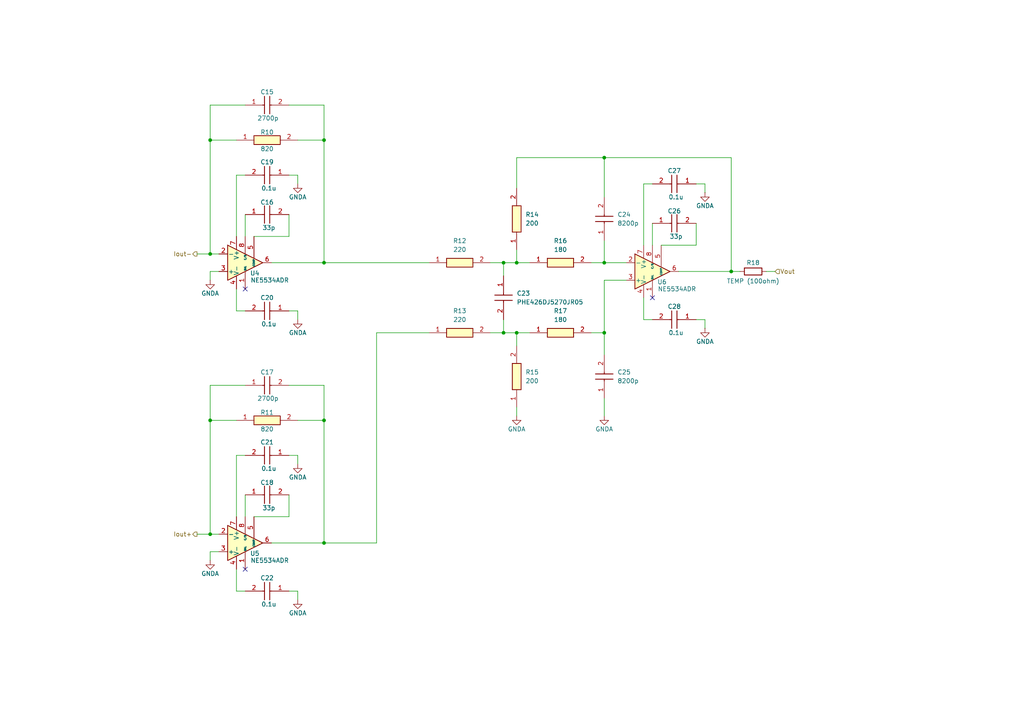
<source format=kicad_sch>
(kicad_sch (version 20250114) (generator "eeschema") (generator_version "9.0")
  (paper "A4")
  (lib_symbols
    (symbol "Device:R" (pin_numbers (hide yes)) (pin_names (offset 0))
      (property "Reference" "R" (at 2.032 0 90))
      (property "Value" "R" (at 0 0 90))
      (symbol "R_0_1"
        (rectangle (start -1.016 -2.54) (end 1.016 2.54) (stroke (width 0.254)))
      )
      (symbol "R_1_1"
        (pin passive line (at 0 3.81 270) (length 1.27) (name "~") (number "1"))
        (pin passive line (at 0 -3.81 90) (length 1.27) (name "~") (number "2"))
      )
    )
    (symbol "Project_Library:ERA-6AEB181V" (pin_names (hide yes))
      (property "Reference" "R" (at 13.97 6.35 0))
      (property "Value" "ERA-6AEB181V" (at 13.97 3.81 0))
      (symbol "ERA-6AEB181V_1_1"
        (rectangle (start 5.08 1.27) (end 12.7 -1.27) (stroke (width 0.254)) (fill (type background)))
        (pin passive line (at 0 0 0) (length 5.08) (name "1") (number "1"))
        (pin passive line (at 17.78 0 180) (length 5.08) (name "2") (number "2"))
      )
    )
    (symbol "Project_Library:ERA-6AEB201V" (pin_names (hide yes))
      (property "Reference" "R" (at 13.97 6.35 0))
      (property "Value" "ERA-6AEB201V" (at 13.97 3.81 0))
      (symbol "ERA-6AEB201V_1_1"
        (rectangle (start 5.08 1.27) (end 12.7 -1.27) (stroke (width 0.254)) (fill (type background)))
        (pin passive line (at 0 0 0) (length 5.08) (name "1") (number "1"))
        (pin passive line (at 17.78 0 180) (length 5.08) (name "2") (number "2"))
      )
    )
    (symbol "Project_Library:ERA-6AEB221V" (pin_names (hide yes))
      (property "Reference" "R" (at 13.97 6.35 0))
      (property "Value" "ERA-6AEB221V" (at 13.97 3.81 0))
      (symbol "ERA-6AEB221V_1_1"
        (rectangle (start 5.08 1.27) (end 12.7 -1.27) (stroke (width 0.254)) (fill (type background)))
        (pin passive line (at 0 0 0) (length 5.08) (name "1") (number "1"))
        (pin passive line (at 17.78 0 180) (length 5.08) (name "2") (number "2"))
      )
    )
    (symbol "Project_Library:ERA-6AEB821V" (pin_names (hide yes))
      (property "Reference" "R" (at 13.97 6.35 0))
      (property "Value" "ERA-6AEB821V" (at 13.97 3.81 0))
      (symbol "ERA-6AEB821V_1_1"
        (rectangle (start 5.08 1.27) (end 12.7 -1.27) (stroke (width 0.254)) (fill (type background)))
        (pin passive line (at 0 0 0) (length 5.08) (name "1") (number "1"))
        (pin passive line (at 17.78 0 180) (length 5.08) (name "2") (number "2"))
      )
    )
    (symbol "Project_Library:FKP2O100331D00KSSD" (pin_names (hide yes))
      (property "Reference" "C" (at 8.89 6.35 0))
      (property "Value" "FKP2O100331D00KSSD" (at 8.89 3.81 0))
      (symbol "FKP2O100331D00KSSD_1_1"
        (polyline (pts (xy 5.08 0) (xy 5.588 0)) (stroke (width 0.254)))
        (polyline (pts (xy 5.588 2.54) (xy 5.588 -2.54)) (stroke (width 0.254)))
        (polyline (pts (xy 7.112 2.54) (xy 7.112 -2.54)) (stroke (width 0.254)))
        (polyline (pts (xy 7.112 0) (xy 7.62 0)) (stroke (width 0.254)))
        (pin passive line (at 0 0 0) (length 5.08) (name "1") (number "1"))
        (pin passive line (at 12.7 0 180) (length 5.08) (name "2") (number "2"))
      )
    )
    (symbol "Project_Library:NE5534ADR" (pin_names (offset 0.127))
      (property "Reference" "U" (at 1.27 6.35 0))
      (property "Value" "NE5534ADR" (at 1.27 3.81 0))
      (symbol "NE5534ADR_0_1"
        (polyline (pts (xy -5.08 5.08) (xy 5.08 0) (xy -5.08 -5.08) (xy -5.08 5.08)) (stroke (width 0.254)) (fill (type background)))
      )
      (symbol "NE5534ADR_1_1"
        (pin input line (at -7.62 2.54 0) (length 2.54) (name "-") (number "2"))
        (pin input line (at -7.62 -2.54 0) (length 2.54) (name "+") (number "3"))
        (pin power_in line (at -2.54 7.62 270) (length 3.81) (name "V+") (number "7"))
        (pin power_in line (at -2.54 -7.62 90) (length 3.81) (name "V-") (number "4"))
        (pin input line (at 0 7.62 270) (length 5.08) (name "C/B") (number "8"))
        (pin input line (at 0 -7.62 90) (length 5.08) (name "BAL") (number "1"))
        (pin input line (at 2.54 7.62 270) (length 6.35) (name "COMP") (number "5"))
        (pin output line (at 7.62 0 180) (length 2.54) (name "~") (number "6"))
      )
    )
    (symbol "Project_Library:PHE426DJ4820JR05" (pin_names (hide yes))
      (property "Reference" "C" (at 8.89 6.35 0))
      (property "Value" "PHE426DJ4820JR05" (at 8.89 3.81 0))
      (symbol "PHE426DJ4820JR05_1_1"
        (polyline (pts (xy 5.08 0) (xy 5.588 0)) (stroke (width 0.254)))
        (polyline (pts (xy 5.588 2.54) (xy 5.588 -2.54)) (stroke (width 0.254)))
        (polyline (pts (xy 7.112 2.54) (xy 7.112 -2.54)) (stroke (width 0.254)))
        (polyline (pts (xy 7.112 0) (xy 7.62 0)) (stroke (width 0.254)))
        (pin passive line (at 0 0 0) (length 5.08) (name "1") (number "1"))
        (pin passive line (at 12.7 0 180) (length 5.08) (name "2") (number "2"))
      )
    )
    (symbol "Project_Library:PHE426DJ5270JR05" (pin_names (hide yes))
      (property "Reference" "C" (at 8.89 6.35 0))
      (property "Value" "PHE426DJ5270JR05" (at 8.89 3.81 0))
      (symbol "PHE426DJ5270JR05_1_1"
        (polyline (pts (xy 5.08 0) (xy 5.588 0)) (stroke (width 0.254)))
        (polyline (pts (xy 5.588 2.54) (xy 5.588 -2.54)) (stroke (width 0.254)))
        (polyline (pts (xy 7.112 2.54) (xy 7.112 -2.54)) (stroke (width 0.254)))
        (polyline (pts (xy 7.112 0) (xy 7.62 0)) (stroke (width 0.254)))
        (pin passive line (at 0 0 0) (length 5.08) (name "1") (number "1"))
        (pin passive line (at 12.7 0 180) (length 5.08) (name "2") (number "2"))
      )
    )
    (symbol "Project_Library:PHE426HJ4270JR05" (pin_names (hide yes))
      (property "Reference" "C" (at 8.89 6.35 0))
      (property "Value" "PHE426HJ4270JR05" (at 8.89 3.81 0))
      (symbol "PHE426HJ4270JR05_1_1"
        (polyline (pts (xy 5.08 0) (xy 5.588 0)) (stroke (width 0.254)))
        (polyline (pts (xy 5.588 2.54) (xy 5.588 -2.54)) (stroke (width 0.254)))
        (polyline (pts (xy 7.112 2.54) (xy 7.112 -2.54)) (stroke (width 0.254)))
        (polyline (pts (xy 7.112 0) (xy 7.62 0)) (stroke (width 0.254)))
        (pin passive line (at 0 0 0) (length 5.08) (name "1") (number "1"))
        (pin passive line (at 12.7 0 180) (length 5.08) (name "2") (number "2"))
      )
    )
    (symbol "Project_Library:PHE426HJ6100JR05" (pin_names (hide yes))
      (property "Reference" "C" (at 8.89 6.35 0))
      (property "Value" "PHE426HJ6100JR05" (at 8.89 3.81 0))
      (symbol "PHE426HJ6100JR05_1_1"
        (polyline (pts (xy 5.08 0) (xy 5.588 0)) (stroke (width 0.254)))
        (polyline (pts (xy 5.588 2.54) (xy 5.588 -2.54)) (stroke (width 0.254)))
        (polyline (pts (xy 7.112 2.54) (xy 7.112 -2.54)) (stroke (width 0.254)))
        (polyline (pts (xy 7.112 0) (xy 7.62 0)) (stroke (width 0.254)))
        (pin passive line (at 0 0 0) (length 5.08) (name "1") (number "1"))
        (pin passive line (at 12.7 0 180) (length 5.08) (name "2") (number "2"))
      )
    )
    (symbol "power:GNDA" (power) (pin_numbers (hide yes)) (pin_names (offset 0) (hide yes))
      (property "Value" "GNDA" (at 0 -3.81 0))
      (symbol "GNDA_0_1"
        (polyline (pts (xy 0 0) (xy 0 -1.27) (xy 1.27 -1.27) (xy 0 -2.54) (xy -1.27 -1.27) (xy 0 -1.27)))
      )
      (symbol "GNDA_1_1"
        (pin power_in line (at 0 0 270) (length 0) (name "~") (number "1"))
      )
    )
  )
  (junction (at 60.96 73.66))
  (junction (at 93.98 157.48))
  (junction (at 60.96 121.92))
  (junction (at 175.26 45.72))
  (junction (at 60.96 154.94))
  (junction (at 149.86 96.52))
  (junction (at 146.05 96.52))
  (junction (at 93.98 76.2))
  (junction (at 146.05 76.2))
  (junction (at 60.96 40.64))
  (junction (at 212.09 78.74))
  (junction (at 93.98 40.64))
  (junction (at 149.86 76.2))
  (junction (at 175.26 96.52))
  (junction (at 93.98 121.92))
  (junction (at 175.26 76.2))
  (no_connect (at 71.12 165.1))
  (no_connect (at 71.12 83.82))
  (no_connect (at 189.23 86.36))
  (wire (pts (xy 60.96 78.74) (xy 60.96 81.28)))
  (wire (pts (xy 63.5 73.66) (xy 60.96 73.66)))
  (wire (pts (xy 60.96 30.48) (xy 71.12 30.48)))
  (wire (pts (xy 93.98 157.48) (xy 78.74 157.48)))
  (wire (pts (xy 83.82 111.76) (xy 93.98 111.76)))
  (wire (pts (xy 109.22 157.48) (xy 93.98 157.48)))
  (wire (pts (xy 83.82 90.17) (xy 86.36 90.17)))
  (wire (pts (xy 204.47 92.71) (xy 204.47 95.25)))
  (wire (pts (xy 71.12 143.51) (xy 71.12 149.86)))
  (wire (pts (xy 146.05 76.2) (xy 146.05 80.01)))
  (wire (pts (xy 57.15 154.94) (xy 60.96 154.94)))
  (wire (pts (xy 149.86 54.61) (xy 149.86 45.72)))
  (wire (pts (xy 186.69 71.12) (xy 186.69 53.34)))
  (wire (pts (xy 86.36 171.45) (xy 86.36 173.99)))
  (wire (pts (xy 149.86 45.72) (xy 175.26 45.72)))
  (wire (pts (xy 60.96 40.64) (xy 60.96 30.48)))
  (wire (pts (xy 189.23 53.34) (xy 186.69 53.34)))
  (wire (pts (xy 175.26 81.28) (xy 181.61 81.28)))
  (wire (pts (xy 175.26 45.72) (xy 175.26 57.15)))
  (wire (pts (xy 175.26 96.52) (xy 175.26 81.28)))
  (wire (pts (xy 175.26 96.52) (xy 175.26 102.87)))
  (wire (pts (xy 201.93 53.34) (xy 204.47 53.34)))
  (wire (pts (xy 171.45 76.2) (xy 175.26 76.2)))
  (wire (pts (xy 68.58 171.45) (xy 71.12 171.45)))
  (wire (pts (xy 191.77 71.12) (xy 201.93 71.12)))
  (wire (pts (xy 142.24 76.2) (xy 146.05 76.2)))
  (wire (pts (xy 149.86 120.65) (xy 149.86 118.11)))
  (wire (pts (xy 93.98 121.92) (xy 93.98 157.48)))
  (wire (pts (xy 71.12 62.23) (xy 71.12 68.58)))
  (wire (pts (xy 86.36 90.17) (xy 86.36 92.71)))
  (wire (pts (xy 201.93 92.71) (xy 204.47 92.71)))
  (wire (pts (xy 60.96 121.92) (xy 68.58 121.92)))
  (wire (pts (xy 171.45 96.52) (xy 175.26 96.52)))
  (wire (pts (xy 93.98 40.64) (xy 93.98 76.2)))
  (wire (pts (xy 149.86 76.2) (xy 153.67 76.2)))
  (wire (pts (xy 189.23 64.77) (xy 189.23 71.12)))
  (wire (pts (xy 175.26 69.85) (xy 175.26 76.2)))
  (wire (pts (xy 109.22 96.52) (xy 109.22 157.48)))
  (wire (pts (xy 201.93 64.77) (xy 201.93 71.12)))
  (wire (pts (xy 71.12 50.8) (xy 68.58 50.8)))
  (wire (pts (xy 186.69 92.71) (xy 189.23 92.71)))
  (wire (pts (xy 83.82 171.45) (xy 86.36 171.45)))
  (wire (pts (xy 57.15 73.66) (xy 60.96 73.66)))
  (wire (pts (xy 175.26 115.57) (xy 175.26 120.65)))
  (wire (pts (xy 73.66 68.58) (xy 83.82 68.58)))
  (wire (pts (xy 60.96 121.92) (xy 60.96 111.76)))
  (wire (pts (xy 149.86 96.52) (xy 149.86 100.33)))
  (wire (pts (xy 60.96 160.02) (xy 60.96 162.56)))
  (wire (pts (xy 83.82 30.48) (xy 93.98 30.48)))
  (wire (pts (xy 212.09 45.72) (xy 212.09 78.74)))
  (wire (pts (xy 71.12 132.08) (xy 68.58 132.08)))
  (wire (pts (xy 68.58 83.82) (xy 68.58 90.17)))
  (wire (pts (xy 146.05 92.71) (xy 146.05 96.52)))
  (wire (pts (xy 63.5 78.74) (xy 60.96 78.74)))
  (wire (pts (xy 222.25 78.74) (xy 224.79 78.74)))
  (wire (pts (xy 83.82 50.8) (xy 86.36 50.8)))
  (wire (pts (xy 86.36 132.08) (xy 86.36 134.62)))
  (wire (pts (xy 93.98 76.2) (xy 78.74 76.2)))
  (wire (pts (xy 175.26 45.72) (xy 212.09 45.72)))
  (wire (pts (xy 204.47 53.34) (xy 204.47 55.88)))
  (wire (pts (xy 149.86 96.52) (xy 153.67 96.52)))
  (wire (pts (xy 83.82 62.23) (xy 83.82 68.58)))
  (wire (pts (xy 142.24 96.52) (xy 146.05 96.52)))
  (wire (pts (xy 149.86 76.2) (xy 149.86 72.39)))
  (wire (pts (xy 60.96 111.76) (xy 71.12 111.76)))
  (wire (pts (xy 146.05 76.2) (xy 149.86 76.2)))
  (wire (pts (xy 63.5 154.94) (xy 60.96 154.94)))
  (wire (pts (xy 60.96 154.94) (xy 60.96 121.92)))
  (wire (pts (xy 212.09 78.74) (xy 214.63 78.74)))
  (wire (pts (xy 124.46 96.52) (xy 109.22 96.52)))
  (wire (pts (xy 93.98 76.2) (xy 124.46 76.2)))
  (wire (pts (xy 212.09 78.74) (xy 196.85 78.74)))
  (wire (pts (xy 86.36 121.92) (xy 93.98 121.92)))
  (wire (pts (xy 93.98 30.48) (xy 93.98 40.64)))
  (wire (pts (xy 86.36 50.8) (xy 86.36 53.34)))
  (wire (pts (xy 73.66 149.86) (xy 83.82 149.86)))
  (wire (pts (xy 60.96 40.64) (xy 68.58 40.64)))
  (wire (pts (xy 63.5 160.02) (xy 60.96 160.02)))
  (wire (pts (xy 68.58 165.1) (xy 68.58 171.45)))
  (wire (pts (xy 68.58 149.86) (xy 68.58 132.08)))
  (wire (pts (xy 186.69 86.36) (xy 186.69 92.71)))
  (wire (pts (xy 146.05 96.52) (xy 149.86 96.52)))
  (wire (pts (xy 93.98 111.76) (xy 93.98 121.92)))
  (wire (pts (xy 175.26 76.2) (xy 181.61 76.2)))
  (wire (pts (xy 83.82 143.51) (xy 83.82 149.86)))
  (wire (pts (xy 86.36 40.64) (xy 93.98 40.64)))
  (wire (pts (xy 68.58 68.58) (xy 68.58 50.8)))
  (wire (pts (xy 83.82 132.08) (xy 86.36 132.08)))
  (wire (pts (xy 60.96 73.66) (xy 60.96 40.64)))
  (wire (pts (xy 68.58 90.17) (xy 71.12 90.17)))
  (hierarchical_label "Iout+" (shape output) (at 57.15 154.94 180))
  (hierarchical_label "Vout" (shape input) (at 224.79 78.74 0))
  (hierarchical_label "Iout-" (shape output) (at 57.15 73.66 180))
  (symbol (lib_id "power:GNDA") (at 86.36 134.62 0) (unit 1)
    (property "Reference" "#PWR05" (effects (hide yes)))
    (property "Value" "GNDA" (at 86.36 138.43 0))
    (property "Description" "Power symbol creates a global label with name \"GNDA\" , analog ground" (effects (hide yes)))
    (instances (project "porta_dac" (path "" (reference "#PWR015") (unit 1)) (path "" (reference "#PWR05") (unit 1))))
  )
  (symbol (lib_id "Project_Library:PHE426HJ4270JR05") (at 71.12 111.76 0) (unit 1)
    (property "Reference" "C5" (at 77.47 107.95 0))
    (property "Value" "2700p" (at 77.724 115.57 0))
    (property "Footprint" "PHE426HJ4270JR05" (effects (hide yes)))
    (property "Datasheet" "https://connect.kemet.com:7667/gateway/IntelliData-ComponentDocumentation/1.0/download/specsheet/F426JF272J250C" (effects (hide yes)))
    (property "Description" "Film Capacitors 250V 0.0027uF 5% LS=5mm" (effects (hide yes)))
    (property "Height" "6.5" (effects (hide yes)))
    (property "Mouser Part Number" "80-PHE426HJ4270JR05" (effects (hide yes)))
    (property "Mouser Price/Stock" "https://www.mouser.co.uk/ProductDetail/KEMET/PHE426HJ4270JR05?qs=PoZJcSwa6DyknC%2FbaX37BA%3D%3D" (effects (hide yes)))
    (property "Manufacturer_Name" "KEMET" (effects (hide yes)))
    (property "Manufacturer_Part_Number" "PHE426HJ4270JR05" (effects (hide yes)))
    (instances (project "porta_dac" (path "" (reference "C17") (unit 1)) (path "" (reference "C5") (unit 1))))
  )
  (symbol (lib_id "Project_Library:ERA-6AEB201V") (at 149.86 118.11 90) (unit 1)
    (property "Reference" "R8" (at 152.4 107.9499 90) (effects (justify right)))
    (property "Value" "200" (at 152.4 110.4899 90) (effects (justify right)))
    (property "Footprint" "ERA6AEB101V" (effects (hide yes)))
    (property "Datasheet" "https://industrial.panasonic.com/cdbs/www-data/pdf/RDM0000/AOA0000C307.pdf" (effects (hide yes)))
    (property "Description" "Metal Thin Film Chip Resistor, 0805, 0.125W" (effects (hide yes)))
    (property "Height" "0.6" (effects (hide yes)))
    (property "Mouser Part Number" "667-ERA-6AEB201V" (effects (hide yes)))
    (property "Mouser Price/Stock" "https://www.mouser.co.uk/ProductDetail/Panasonic/ERA-6AEB201V?qs=m8myXnDJXpXw0lX56JUpWQ%3D%3D" (effects (hide yes)))
    (property "Manufacturer_Name" "Panasonic" (effects (hide yes)))
    (property "Manufacturer_Part_Number" "ERA-6AEB201V" (effects (hide yes)))
    (instances (project "porta_dac" (path "" (reference "R15") (unit 1)) (path "" (reference "R8") (unit 1))))
  )
  (symbol (lib_id "Project_Library:PHE426HJ6100JR05") (at 201.93 92.71 180) (unit 1)
    (property "Reference" "C14" (at 195.58 88.9 0))
    (property "Value" "0.1u" (at 196.088 96.52 0))
    (property "Footprint" "PHE426HJ6100JR05" (effects (hide yes)))
    (property "Datasheet" "https://content.kemet.com/datasheets/F3294_PHE426.pdf" (effects (hide yes)))
    (property "Description" "KEMET 100nF Polypropylene Capacitor PP 160 V ac, 250 V dc +/-5% Tolerance Through Hole PHE426 Series" (effects (hide yes)))
    (property "Height" "11" (effects (hide yes)))
    (property "Mouser Part Number" "80-PHE426HJ6100JR05" (effects (hide yes)))
    (property "Mouser Price/Stock" "https://www.mouser.co.uk/ProductDetail/KEMET/PHE426HJ6100JR05?qs=PoZJcSwa6DwFLe%252BwdHW3vQ%3D%3D" (effects (hide yes)))
    (property "Manufacturer_Name" "KEMET" (effects (hide yes)))
    (property "Manufacturer_Part_Number" "PHE426HJ6100JR05" (effects (hide yes)))
    (instances (project "porta_dac" (path "" (reference "C28") (unit 1)) (path "" (reference "C14") (unit 1))))
  )
  (symbol (lib_id "Project_Library:PHE426HJ6100JR05") (at 201.93 53.34 180) (unit 1)
    (property "Reference" "C13" (at 195.58 49.53 0))
    (property "Value" "0.1u" (at 196.088 57.15 0))
    (property "Footprint" "PHE426HJ6100JR05" (effects (hide yes)))
    (property "Datasheet" "https://content.kemet.com/datasheets/F3294_PHE426.pdf" (effects (hide yes)))
    (property "Description" "KEMET 100nF Polypropylene Capacitor PP 160 V ac, 250 V dc +/-5% Tolerance Through Hole PHE426 Series" (effects (hide yes)))
    (property "Height" "11" (effects (hide yes)))
    (property "Mouser Part Number" "80-PHE426HJ6100JR05" (effects (hide yes)))
    (property "Mouser Price/Stock" "https://www.mouser.co.uk/ProductDetail/KEMET/PHE426HJ6100JR05?qs=PoZJcSwa6DwFLe%252BwdHW3vQ%3D%3D" (effects (hide yes)))
    (property "Manufacturer_Name" "KEMET" (effects (hide yes)))
    (property "Manufacturer_Part_Number" "PHE426HJ6100JR05" (effects (hide yes)))
    (instances (project "porta_dac" (path "" (reference "C27") (unit 1)) (path "" (reference "C13") (unit 1))))
  )
  (symbol (lib_id "power:GNDA") (at 204.47 95.25 0) (unit 1)
    (property "Reference" "#PWR010" (effects (hide yes)))
    (property "Value" "GNDA" (at 204.47 99.06 0))
    (property "Description" "Power symbol creates a global label with name \"GNDA\" , analog ground" (effects (hide yes)))
    (instances (project "porta_dac" (path "" (reference "#PWR020") (unit 1)) (path "" (reference "#PWR010") (unit 1))))
  )
  (symbol (lib_id "Project_Library:PHE426DJ4820JR05") (at 175.26 69.85 90) (unit 1)
    (property "Reference" "C?" (at 179.07 62.2299 90) (effects (justify right)))
    (property "Value" "8200p" (at 179.07 64.7699 90) (effects (justify right)))
    (property "Footprint" "PHE426DJ4820JR05" (effects (hide yes)))
    (property "Datasheet" "https://content.kemet.com/datasheets/F3294_PHE426.pdf" (effects (hide yes)))
    (property "Description" "PHE426DJ4820JR05" (effects (hide yes)))
    (property "Height" "6.5" (effects (hide yes)))
    (property "Mouser Part Number" "80-PHE426DJ4820JR05" (effects (hide yes)))
    (property "Mouser Price/Stock" "https://www.mouser.co.uk/ProductDetail/KEMET/PHE426DJ4820JR05?qs=PoZJcSwa6DwxLTK29w2i0Q%3D%3D" (effects (hide yes)))
    (property "Manufacturer_Name" "KEMET" (effects (hide yes)))
    (property "Manufacturer_Part_Number" "PHE426DJ4820JR05" (effects (hide yes)))
    (instances (project "porta_dac" (path "" (reference "C24") (unit 1)) (path "" (reference "C?") (unit 1))))
  )
  (symbol (lib_id "Project_Library:NE5534ADR") (at 189.23 78.74 0) (unit 1)
    (property "Reference" "U3" (at 192.024 81.788 0))
    (property "Value" "NE5534ADR" (at 196.342 83.82 0))
    (property "Footprint" "Project_Library:SOIC127P600X175-8N" (effects (hide yes)))
    (property "Datasheet" "http://www.ti.com/lit/ds/symlink/ne5534.pdf" (effects (hide yes)))
    (property "Description" "Single Low-Noise Operational Amplifiers, DIP-8/SOIC-8" (effects (hide yes)))
    (instances (project "porta_dac" (path "" (reference "U6") (unit 1)) (path "" (reference "U3") (unit 1))))
  )
  (symbol (lib_id "Project_Library:ERA-6AEB821V") (at 68.58 121.92 0) (unit 1)
    (property "Reference" "R2" (at 77.47 119.634 0))
    (property "Value" "820" (at 77.47 124.46 0))
    (property "Footprint" "ERA6AEB101V" (effects (hide yes)))
    (property "Datasheet" "https://industrial.panasonic.com/cdbs/www-data/pdf/RDM0000/AOA0000C307.pdf" (effects (hide yes)))
    (property "Description" "Metal Thin Film Chip Resistor, 0805, 0.125W" (effects (hide yes)))
    (property "Height" "0.6" (effects (hide yes)))
    (property "Mouser Part Number" "667-ERA-6AEB821V" (effects (hide yes)))
    (property "Mouser Price/Stock" "https://www.mouser.co.uk/ProductDetail/Panasonic/ERA-6AEB821V?qs=m8myXnDJXpWezNY9G3CUdw%3D%3D" (effects (hide yes)))
    (property "Manufacturer_Name" "Panasonic" (effects (hide yes)))
    (property "Manufacturer_Part_Number" "ERA-6AEB821V" (effects (hide yes)))
    (instances (project "porta_dac" (path "" (reference "R11") (unit 1)) (path "" (reference "R2") (unit 1))))
  )
  (symbol (lib_id "Project_Library:NE5534ADR") (at 71.12 76.2 0) (unit 1)
    (property "Reference" "U1" (at 73.914 79.248 0))
    (property "Value" "NE5534ADR" (at 78.232 81.28 0))
    (property "Footprint" "Project_Library:SOIC127P600X175-8N" (effects (hide yes)))
    (property "Datasheet" "http://www.ti.com/lit/ds/symlink/ne5534.pdf" (effects (hide yes)))
    (property "Description" "Single Low-Noise Operational Amplifiers, DIP-8/SOIC-8" (effects (hide yes)))
    (instances (project "porta_dac" (path "" (reference "U4") (unit 1)) (path "" (reference "U1") (unit 1))))
  )
  (symbol (lib_id "power:GNDA") (at 86.36 92.71 0) (unit 1)
    (property "Reference" "#PWR02" (effects (hide yes)))
    (property "Value" "GNDA" (at 86.36 96.52 0))
    (property "Description" "Power symbol creates a global label with name \"GNDA\" , analog ground" (effects (hide yes)))
    (instances (project "porta_dac" (path "" (reference "#PWR014") (unit 1)) (path "" (reference "#PWR02") (unit 1))))
  )
  (symbol (lib_id "power:GNDA") (at 175.26 120.65 0) (unit 1)
    (property "Reference" "#PWR08" (effects (hide yes)))
    (property "Value" "GNDA" (at 175.26 124.46 0))
    (property "Description" "Power symbol creates a global label with name \"GNDA\" , analog ground" (effects (hide yes)))
    (instances (project "porta_dac" (path "" (reference "#PWR018") (unit 1)) (path "" (reference "#PWR08") (unit 1))))
  )
  (symbol (lib_id "Project_Library:PHE426HJ4270JR05") (at 71.12 30.48 0) (unit 1)
    (property "Reference" "C3" (at 77.47 26.67 0))
    (property "Value" "2700p" (at 77.724 34.29 0))
    (property "Footprint" "PHE426HJ4270JR05" (effects (hide yes)))
    (property "Datasheet" "https://connect.kemet.com:7667/gateway/IntelliData-ComponentDocumentation/1.0/download/specsheet/F426JF272J250C" (effects (hide yes)))
    (property "Description" "Film Capacitors 250V 0.0027uF 5% LS=5mm" (effects (hide yes)))
    (property "Height" "6.5" (effects (hide yes)))
    (property "Mouser Part Number" "80-PHE426HJ4270JR05" (effects (hide yes)))
    (property "Mouser Price/Stock" "https://www.mouser.co.uk/ProductDetail/KEMET/PHE426HJ4270JR05?qs=PoZJcSwa6DyknC%2FbaX37BA%3D%3D" (effects (hide yes)))
    (property "Manufacturer_Name" "KEMET" (effects (hide yes)))
    (property "Manufacturer_Part_Number" "PHE426HJ4270JR05" (effects (hide yes)))
    (instances (project "porta_dac" (path "" (reference "C15") (unit 1)) (path "" (reference "C3") (unit 1))))
  )
  (symbol (lib_id "Project_Library:FKP2O100331D00KSSD") (at 71.12 143.51 0) (unit 1)
    (property "Reference" "C6" (at 77.47 139.954 0))
    (property "Value" "33p" (at 77.978 147.32 0))
    (property "Footprint" "FKP2O100331D00KSSD" (effects (hide yes)))
    (property "Description" "FKP2O100331D00KSSD Film Capacitors 1000V 33pF 10%" (effects (hide yes)))
    (property "Height" "6" (effects (hide yes)))
    (property "Mouser Part Number" "505-FKP233/1000/10" (effects (hide yes)))
    (property "Mouser Price/Stock" "https://www.mouser.co.uk/ProductDetail/WIMA/FKP2O100331D00KSSD?qs=ISKKXg98%252B1n4NdZ1HxBE%2FQ%3D%3D" (effects (hide yes)))
    (property "Manufacturer_Name" "WIMA" (effects (hide yes)))
    (property "Manufacturer_Part_Number" "FKP2O100331D00KSSD" (effects (hide yes)))
    (instances (project "porta_dac" (path "" (reference "C18") (unit 1)) (path "" (reference "C6") (unit 1))))
  )
  (symbol (lib_id "power:GNDA") (at 86.36 53.34 0) (unit 1)
    (property "Reference" "#PWR01" (effects (hide yes)))
    (property "Value" "GNDA" (at 86.36 57.15 0))
    (property "Description" "Power symbol creates a global label with name \"GNDA\" , analog ground" (effects (hide yes)))
    (instances (project "porta_dac" (path "" (reference "#PWR013") (unit 1)) (path "" (reference "#PWR01") (unit 1))))
  )
  (symbol (lib_id "power:GNDA") (at 149.86 120.65 0) (unit 1)
    (property "Reference" "#PWR07" (effects (hide yes)))
    (property "Value" "GNDA" (at 149.86 124.46 0))
    (property "Description" "Power symbol creates a global label with name \"GNDA\" , analog ground" (effects (hide yes)))
    (instances (project "porta_dac" (path "" (reference "#PWR017") (unit 1)) (path "" (reference "#PWR07") (unit 1))))
  )
  (symbol (lib_id "Project_Library:PHE426HJ6100JR05") (at 83.82 90.17 180) (unit 1)
    (property "Reference" "C4" (at 77.47 86.36 0))
    (property "Value" "0.1u" (at 77.978 93.98 0))
    (property "Footprint" "PHE426HJ6100JR05" (effects (hide yes)))
    (property "Datasheet" "https://content.kemet.com/datasheets/F3294_PHE426.pdf" (effects (hide yes)))
    (property "Description" "KEMET 100nF Polypropylene Capacitor PP 160 V ac, 250 V dc +/-5% Tolerance Through Hole PHE426 Series" (effects (hide yes)))
    (property "Height" "11" (effects (hide yes)))
    (property "Mouser Part Number" "80-PHE426HJ6100JR05" (effects (hide yes)))
    (property "Mouser Price/Stock" "https://www.mouser.co.uk/ProductDetail/KEMET/PHE426HJ6100JR05?qs=PoZJcSwa6DwFLe%252BwdHW3vQ%3D%3D" (effects (hide yes)))
    (property "Manufacturer_Name" "KEMET" (effects (hide yes)))
    (property "Manufacturer_Part_Number" "PHE426HJ6100JR05" (effects (hide yes)))
    (instances (project "porta_dac" (path "" (reference "C20") (unit 1)) (path "" (reference "C4") (unit 1))))
  )
  (symbol (lib_id "power:GNDA") (at 60.96 81.28 0) (unit 1)
    (property "Reference" "#PWR03" (effects (hide yes)))
    (property "Value" "GNDA" (at 60.96 85.09 0))
    (property "Description" "Power symbol creates a global label with name \"GNDA\" , analog ground" (effects (hide yes)))
    (instances (project "porta_dac" (path "" (reference "#PWR011") (unit 1)) (path "" (reference "#PWR03") (unit 1))))
  )
  (symbol (lib_id "Project_Library:ERA-6AEB221V") (at 124.46 96.52 0) (unit 1)
    (property "Reference" "R4" (at 133.35 90.17 0))
    (property "Value" "220" (at 133.35 92.71 0))
    (property "Footprint" "ERA6AEB101V" (effects (hide yes)))
    (property "Datasheet" "https://industrial.panasonic.com/cdbs/www-data/pdf/RDM0000/AOA0000C307.pdf" (effects (hide yes)))
    (property "Description" "Thin Film Resistors - SMD 0805 220ohm 1/8W .1% 25ppm" (effects (hide yes)))
    (property "Height" "0.6" (effects (hide yes)))
    (property "Mouser Part Number" "667-ERA-6AEB221V" (effects (hide yes)))
    (property "Mouser Price/Stock" "https://www.mouser.co.uk/ProductDetail/Panasonic/ERA-6AEB221V?qs=1VWA5LkbEaoReXXdTz505g%3D%3D" (effects (hide yes)))
    (property "Manufacturer_Name" "Panasonic" (effects (hide yes)))
    (property "Manufacturer_Part_Number" "ERA-6AEB221V" (effects (hide yes)))
    (instances (project "porta_dac" (path "" (reference "R13") (unit 1)) (path "" (reference "R4") (unit 1))))
  )
  (symbol (lib_id "Project_Library:ERA-6AEB221V") (at 124.46 76.2 0) (unit 1)
    (property "Reference" "R?" (at 133.35 69.85 0))
    (property "Value" "220" (at 133.35 72.39 0))
    (property "Footprint" "ERA6AEB101V" (effects (hide yes)))
    (property "Datasheet" "https://industrial.panasonic.com/cdbs/www-data/pdf/RDM0000/AOA0000C307.pdf" (effects (hide yes)))
    (property "Description" "Thin Film Resistors - SMD 0805 220ohm 1/8W .1% 25ppm" (effects (hide yes)))
    (property "Height" "0.6" (effects (hide yes)))
    (property "Mouser Part Number" "667-ERA-6AEB221V" (effects (hide yes)))
    (property "Mouser Price/Stock" "https://www.mouser.co.uk/ProductDetail/Panasonic/ERA-6AEB221V?qs=1VWA5LkbEaoReXXdTz505g%3D%3D" (effects (hide yes)))
    (property "Manufacturer_Name" "Panasonic" (effects (hide yes)))
    (property "Manufacturer_Part_Number" "ERA-6AEB221V" (effects (hide yes)))
    (instances (project "porta_dac" (path "" (reference "R12") (unit 1)) (path "" (reference "R?") (unit 1))))
  )
  (symbol (lib_id "Device:R") (at 218.44 78.74 270) (unit 1)
    (property "Reference" "R?" (at 218.44 76.2 90))
    (property "Value" "TEMP (100ohm)" (at 218.44 81.534 90))
    (property "Description" "Resistor" (effects (hide yes)))
    (instances (project "porta_dac" (path "" (reference "R18") (unit 1)) (path "" (reference "R?") (unit 1))))
  )
  (symbol (lib_id "Project_Library:PHE426HJ6100JR05") (at 83.82 171.45 180) (unit 1)
    (property "Reference" "C8" (at 77.47 167.64 0))
    (property "Value" "0.1u" (at 77.978 175.26 0))
    (property "Footprint" "PHE426HJ6100JR05" (effects (hide yes)))
    (property "Datasheet" "https://content.kemet.com/datasheets/F3294_PHE426.pdf" (effects (hide yes)))
    (property "Description" "KEMET 100nF Polypropylene Capacitor PP 160 V ac, 250 V dc +/-5% Tolerance Through Hole PHE426 Series" (effects (hide yes)))
    (property "Height" "11" (effects (hide yes)))
    (property "Mouser Part Number" "80-PHE426HJ6100JR05" (effects (hide yes)))
    (property "Mouser Price/Stock" "https://www.mouser.co.uk/ProductDetail/KEMET/PHE426HJ6100JR05?qs=PoZJcSwa6DwFLe%252BwdHW3vQ%3D%3D" (effects (hide yes)))
    (property "Manufacturer_Name" "KEMET" (effects (hide yes)))
    (property "Manufacturer_Part_Number" "PHE426HJ6100JR05" (effects (hide yes)))
    (instances (project "porta_dac" (path "" (reference "C22") (unit 1)) (path "" (reference "C8") (unit 1))))
  )
  (symbol (lib_id "power:GNDA") (at 86.36 173.99 0) (unit 1)
    (property "Reference" "#PWR06" (effects (hide yes)))
    (property "Value" "GNDA" (at 86.36 177.8 0))
    (property "Description" "Power symbol creates a global label with name \"GNDA\" , analog ground" (effects (hide yes)))
    (instances (project "porta_dac" (path "" (reference "#PWR016") (unit 1)) (path "" (reference "#PWR06") (unit 1))))
  )
  (symbol (lib_id "Project_Library:ERA-6AEB181V") (at 153.67 76.2 0) (unit 1)
    (property "Reference" "R?" (at 162.56 69.85 0))
    (property "Value" "180" (at 162.56 72.39 0))
    (property "Footprint" "ERA6AEB101V" (effects (hide yes)))
    (property "Datasheet" "https://componentsearchengine.com/Datasheets/1/ERA-6AEB181V.pdf" (effects (hide yes)))
    (property "Description" "Metal Thin Film Chip Resistor, 0805, 0.125W" (effects (hide yes)))
    (property "Height" "0.6" (effects (hide yes)))
    (property "Mouser Part Number" "667-ERA-6AEB181V" (effects (hide yes)))
    (property "Mouser Price/Stock" "https://www.mouser.com/Search/Refine.aspx?Keyword=667-ERA-6AEB181V" (effects (hide yes)))
    (property "Manufacturer_Name" "Panasonic" (effects (hide yes)))
    (property "Manufacturer_Part_Number" "ERA-6AEB181V" (effects (hide yes)))
    (instances (project "porta_dac" (path "" (reference "R16") (unit 1)) (path "" (reference "R?") (unit 1))))
  )
  (symbol (lib_id "Project_Library:ERA-6AEB201V") (at 149.86 72.39 90) (unit 1)
    (property "Reference" "R?" (at 152.4 62.2299 90) (effects (justify right)))
    (property "Value" "200" (at 152.4 64.7699 90) (effects (justify right)))
    (property "Footprint" "ERA6AEB101V" (effects (hide yes)))
    (property "Datasheet" "https://industrial.panasonic.com/cdbs/www-data/pdf/RDM0000/AOA0000C307.pdf" (effects (hide yes)))
    (property "Description" "Metal Thin Film Chip Resistor, 0805, 0.125W" (effects (hide yes)))
    (property "Height" "0.6" (effects (hide yes)))
    (property "Mouser Part Number" "667-ERA-6AEB201V" (effects (hide yes)))
    (property "Mouser Price/Stock" "https://www.mouser.co.uk/ProductDetail/Panasonic/ERA-6AEB201V?qs=m8myXnDJXpXw0lX56JUpWQ%3D%3D" (effects (hide yes)))
    (property "Manufacturer_Name" "Panasonic" (effects (hide yes)))
    (property "Manufacturer_Part_Number" "ERA-6AEB201V" (effects (hide yes)))
    (instances (project "porta_dac" (path "" (reference "R14") (unit 1)) (path "" (reference "R?") (unit 1))))
  )
  (symbol (lib_id "Project_Library:FKP2O100331D00KSSD") (at 189.23 64.77 0) (unit 1)
    (property "Reference" "C12" (at 195.58 61.214 0))
    (property "Value" "33p" (at 196.088 68.58 0))
    (property "Footprint" "FKP2O100331D00KSSD" (effects (hide yes)))
    (property "Description" "FKP2O100331D00KSSD Film Capacitors 1000V 33pF 10%" (effects (hide yes)))
    (property "Height" "6" (effects (hide yes)))
    (property "Mouser Part Number" "505-FKP233/1000/10" (effects (hide yes)))
    (property "Mouser Price/Stock" "https://www.mouser.co.uk/ProductDetail/WIMA/FKP2O100331D00KSSD?qs=ISKKXg98%252B1n4NdZ1HxBE%2FQ%3D%3D" (effects (hide yes)))
    (property "Manufacturer_Name" "WIMA" (effects (hide yes)))
    (property "Manufacturer_Part_Number" "FKP2O100331D00KSSD" (effects (hide yes)))
    (instances (project "porta_dac" (path "" (reference "C26") (unit 1)) (path "" (reference "C12") (unit 1))))
  )
  (symbol (lib_id "power:GNDA") (at 60.96 162.56 0) (unit 1)
    (property "Reference" "#PWR04" (effects (hide yes)))
    (property "Value" "GNDA" (at 60.96 166.37 0))
    (property "Description" "Power symbol creates a global label with name \"GNDA\" , analog ground" (effects (hide yes)))
    (instances (project "porta_dac" (path "" (reference "#PWR012") (unit 1)) (path "" (reference "#PWR04") (unit 1))))
  )
  (symbol (lib_id "Project_Library:PHE426DJ4820JR05") (at 175.26 115.57 90) (unit 1)
    (property "Reference" "C11" (at 179.07 107.9499 90) (effects (justify right)))
    (property "Value" "8200p" (at 179.07 110.4899 90) (effects (justify right)))
    (property "Footprint" "PHE426DJ4820JR05" (effects (hide yes)))
    (property "Datasheet" "https://content.kemet.com/datasheets/F3294_PHE426.pdf" (effects (hide yes)))
    (property "Description" "PHE426DJ4820JR05" (effects (hide yes)))
    (property "Height" "6.5" (effects (hide yes)))
    (property "Mouser Part Number" "80-PHE426DJ4820JR05" (effects (hide yes)))
    (property "Mouser Price/Stock" "https://www.mouser.co.uk/ProductDetail/KEMET/PHE426DJ4820JR05?qs=PoZJcSwa6DwxLTK29w2i0Q%3D%3D" (effects (hide yes)))
    (property "Manufacturer_Name" "KEMET" (effects (hide yes)))
    (property "Manufacturer_Part_Number" "PHE426DJ4820JR05" (effects (hide yes)))
    (instances (project "porta_dac" (path "" (reference "C25") (unit 1)) (path "" (reference "C11") (unit 1))))
  )
  (symbol (lib_id "Project_Library:PHE426HJ6100JR05") (at 83.82 50.8 180) (unit 1)
    (property "Reference" "C1" (at 77.47 46.99 0))
    (property "Value" "0.1u" (at 77.978 54.61 0))
    (property "Footprint" "PHE426HJ6100JR05" (effects (hide yes)))
    (property "Datasheet" "https://content.kemet.com/datasheets/F3294_PHE426.pdf" (effects (hide yes)))
    (property "Description" "KEMET 100nF Polypropylene Capacitor PP 160 V ac, 250 V dc +/-5% Tolerance Through Hole PHE426 Series" (effects (hide yes)))
    (property "Height" "11" (effects (hide yes)))
    (property "Mouser Part Number" "80-PHE426HJ6100JR05" (effects (hide yes)))
    (property "Mouser Price/Stock" "https://www.mouser.co.uk/ProductDetail/KEMET/PHE426HJ6100JR05?qs=PoZJcSwa6DwFLe%252BwdHW3vQ%3D%3D" (effects (hide yes)))
    (property "Manufacturer_Name" "KEMET" (effects (hide yes)))
    (property "Manufacturer_Part_Number" "PHE426HJ6100JR05" (effects (hide yes)))
    (instances (project "porta_dac" (path "" (reference "C19") (unit 1)) (path "" (reference "C1") (unit 1))))
  )
  (symbol (lib_id "Project_Library:ERA-6AEB821V") (at 68.58 40.64 0) (unit 1)
    (property "Reference" "R1" (at 77.47 38.354 0))
    (property "Value" "820" (at 77.47 43.18 0))
    (property "Footprint" "ERA6AEB101V" (effects (hide yes)))
    (property "Datasheet" "https://industrial.panasonic.com/cdbs/www-data/pdf/RDM0000/AOA0000C307.pdf" (effects (hide yes)))
    (property "Description" "Metal Thin Film Chip Resistor, 0805, 0.125W" (effects (hide yes)))
    (property "Height" "0.6" (effects (hide yes)))
    (property "Mouser Part Number" "667-ERA-6AEB821V" (effects (hide yes)))
    (property "Mouser Price/Stock" "https://www.mouser.co.uk/ProductDetail/Panasonic/ERA-6AEB821V?qs=m8myXnDJXpWezNY9G3CUdw%3D%3D" (effects (hide yes)))
    (property "Manufacturer_Name" "Panasonic" (effects (hide yes)))
    (property "Manufacturer_Part_Number" "ERA-6AEB821V" (effects (hide yes)))
    (instances (project "porta_dac" (path "" (reference "R10") (unit 1)) (path "" (reference "R1") (unit 1))))
  )
  (symbol (lib_id "Project_Library:PHE426HJ6100JR05") (at 83.82 132.08 180) (unit 1)
    (property "Reference" "C7" (at 77.47 128.27 0))
    (property "Value" "0.1u" (at 77.978 135.89 0))
    (property "Footprint" "PHE426HJ6100JR05" (effects (hide yes)))
    (property "Datasheet" "https://content.kemet.com/datasheets/F3294_PHE426.pdf" (effects (hide yes)))
    (property "Description" "KEMET 100nF Polypropylene Capacitor PP 160 V ac, 250 V dc +/-5% Tolerance Through Hole PHE426 Series" (effects (hide yes)))
    (property "Height" "11" (effects (hide yes)))
    (property "Mouser Part Number" "80-PHE426HJ6100JR05" (effects (hide yes)))
    (property "Mouser Price/Stock" "https://www.mouser.co.uk/ProductDetail/KEMET/PHE426HJ6100JR05?qs=PoZJcSwa6DwFLe%252BwdHW3vQ%3D%3D" (effects (hide yes)))
    (property "Manufacturer_Name" "KEMET" (effects (hide yes)))
    (property "Manufacturer_Part_Number" "PHE426HJ6100JR05" (effects (hide yes)))
    (instances (project "porta_dac" (path "" (reference "C21") (unit 1)) (path "" (reference "C7") (unit 1))))
  )
  (symbol (lib_id "Project_Library:ERA-6AEB181V") (at 153.67 96.52 0) (unit 1)
    (property "Reference" "R7" (at 162.56 90.17 0))
    (property "Value" "180" (at 162.56 92.71 0))
    (property "Footprint" "ERA6AEB101V" (effects (hide yes)))
    (property "Datasheet" "https://componentsearchengine.com/Datasheets/1/ERA-6AEB181V.pdf" (effects (hide yes)))
    (property "Description" "Metal Thin Film Chip Resistor, 0805, 0.125W" (effects (hide yes)))
    (property "Height" "0.6" (effects (hide yes)))
    (property "Mouser Part Number" "667-ERA-6AEB181V" (effects (hide yes)))
    (property "Mouser Price/Stock" "https://www.mouser.com/Search/Refine.aspx?Keyword=667-ERA-6AEB181V" (effects (hide yes)))
    (property "Manufacturer_Name" "Panasonic" (effects (hide yes)))
    (property "Manufacturer_Part_Number" "ERA-6AEB181V" (effects (hide yes)))
    (instances (project "porta_dac" (path "" (reference "R17") (unit 1)) (path "" (reference "R7") (unit 1))))
  )
  (symbol (lib_id "Project_Library:FKP2O100331D00KSSD") (at 71.12 62.23 0) (unit 1)
    (property "Reference" "C2" (at 77.47 58.674 0))
    (property "Value" "33p" (at 77.978 66.04 0))
    (property "Footprint" "FKP2O100331D00KSSD" (effects (hide yes)))
    (property "Description" "FKP2O100331D00KSSD Film Capacitors 1000V 33pF 10%" (effects (hide yes)))
    (property "Height" "6" (effects (hide yes)))
    (property "Mouser Part Number" "505-FKP233/1000/10" (effects (hide yes)))
    (property "Mouser Price/Stock" "https://www.mouser.co.uk/ProductDetail/WIMA/FKP2O100331D00KSSD?qs=ISKKXg98%252B1n4NdZ1HxBE%2FQ%3D%3D" (effects (hide yes)))
    (property "Manufacturer_Name" "WIMA" (effects (hide yes)))
    (property "Manufacturer_Part_Number" "FKP2O100331D00KSSD" (effects (hide yes)))
    (instances (project "porta_dac" (path "" (reference "C16") (unit 1)) (path "" (reference "C2") (unit 1))))
  )
  (symbol (lib_id "Project_Library:NE5534ADR") (at 71.12 157.48 0) (unit 1)
    (property "Reference" "U2" (at 73.914 160.528 0))
    (property "Value" "NE5534ADR" (at 78.232 162.56 0))
    (property "Footprint" "Project_Library:SOIC127P600X175-8N" (effects (hide yes)))
    (property "Datasheet" "http://www.ti.com/lit/ds/symlink/ne5534.pdf" (effects (hide yes)))
    (property "Description" "Single Low-Noise Operational Amplifiers, DIP-8/SOIC-8" (effects (hide yes)))
    (instances (project "porta_dac" (path "" (reference "U5") (unit 1)) (path "" (reference "U2") (unit 1))))
  )
  (symbol (lib_id "power:GNDA") (at 204.47 55.88 0) (unit 1)
    (property "Reference" "#PWR09" (effects (hide yes)))
    (property "Value" "GNDA" (at 204.47 59.69 0))
    (property "Description" "Power symbol creates a global label with name \"GNDA\" , analog ground" (effects (hide yes)))
    (instances (project "porta_dac" (path "" (reference "#PWR019") (unit 1)) (path "" (reference "#PWR09") (unit 1))))
  )
  (symbol (lib_id "Project_Library:PHE426DJ5270JR05") (at 146.05 80.01 270) (unit 1)
    (property "Reference" "C?" (at 149.86 85.0899 90) (effects (justify left)))
    (property "Value" "PHE426DJ5270JR05" (at 149.86 87.6299 90) (effects (justify left)))
    (property "Footprint" "PHE426DJ5270JR05" (effects (hide yes)))
    (property "Datasheet" "https://componentsearchengine.com/Datasheets/1/PHE426DJ5270JR05.pdf" (effects (hide yes)))
    (property "Description" "PHE426DJ5270JR05" (effects (hide yes)))
    (property "Height" "8" (effects (hide yes)))
    (property "Mouser Part Number" "80-PHE426DJ5270JR05" (effects (hide yes)))
    (property "Mouser Price/Stock" "https://www.mouser.com/Search/Refine.aspx?Keyword=80-PHE426DJ5270JR05" (effects (hide yes)))
    (property "Manufacturer_Name" "KEMET" (effects (hide yes)))
    (property "Manufacturer_Part_Number" "PHE426DJ5270JR05" (effects (hide yes)))
    (instances (project "porta_dac" (path "" (reference "C23") (unit 1)) (path "" (reference "C?") (unit 1))))
  )
)
</source>
